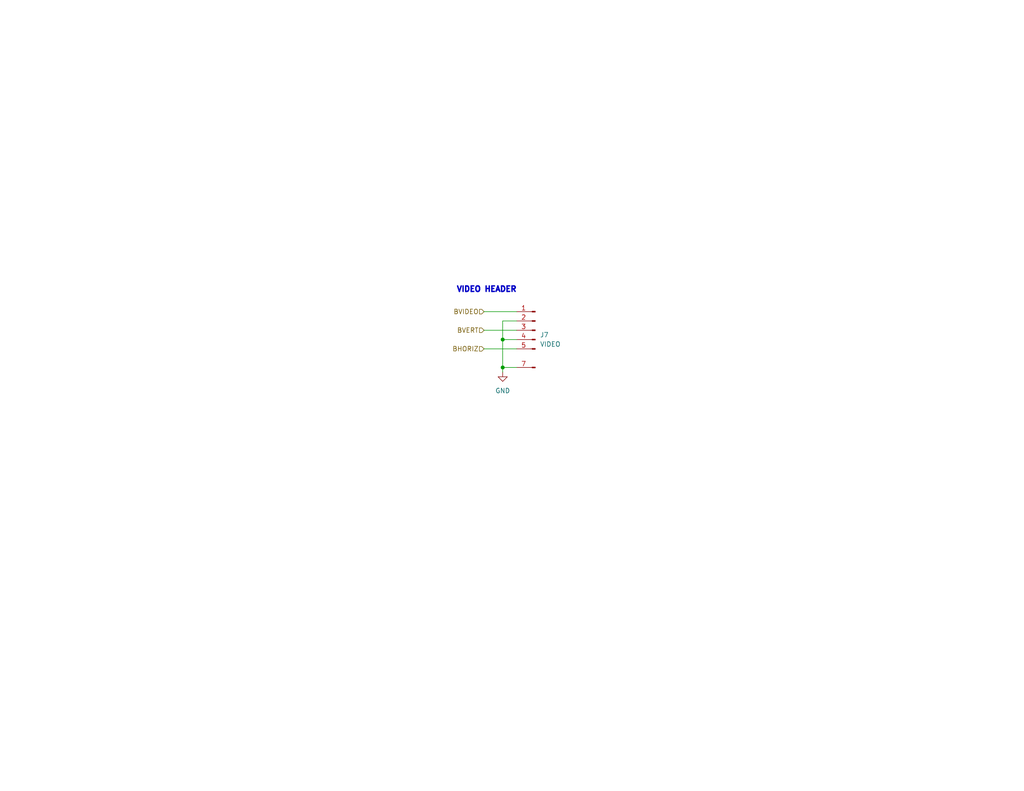
<source format=kicad_sch>
(kicad_sch (version 20231120) (generator "eeschema") (generator_version "8.0")
  (paper "A")
  (title_block (title "EconoPET 40/8096") (date "2023-10-01") (rev "A") (comment 1 "Unspecified resistors are 1% and rated for 62.5mW or higher") (comment 2 "Unspecified capacitors are rated for 25V or higher") (comment 3 "Signals with B-prefix are level-shifted from 3V3 to 5V"))
  (lib_symbols
    (symbol "EconoPET:CBM_PET_VIDEO_Conn_Keyed" (pin_names (offset 1.016) hide)
      (property "Reference" "J" (at -1.27 1.2701 0))
      (property "Value" "VIDEO" (at -1.27 -1.2699 0))
      (symbol "CBM_PET_VIDEO_Conn_Keyed_1_1"
        (polyline (pts (xy 1.27 -7.62) (xy 0.8636 -7.62)) (stroke (width 0.1524)))
        (polyline (pts (xy 1.27 -2.54) (xy 0.8636 -2.54)) (stroke (width 0.1524)))
        (polyline (pts (xy 1.27 0) (xy 0.8636 0)) (stroke (width 0.1524)))
        (polyline (pts (xy 1.27 2.54) (xy 0.8636 2.54)) (stroke (width 0.1524)))
        (polyline (pts (xy 1.27 5.08) (xy 0.8636 5.08)) (stroke (width 0.1524)))
        (polyline (pts (xy 1.27 7.62) (xy 0.8636 7.62)) (stroke (width 0.1524)))
        (rectangle (start 0.8636 -7.493) (end 0 -7.747) (stroke (width 0.1524)) (fill (type outline)))
        (rectangle (start 0.8636 -2.413) (end 0 -2.667) (stroke (width 0.1524)) (fill (type outline)))
        (rectangle (start 0.8636 0.127) (end 0 -0.127) (stroke (width 0.1524)) (fill (type outline)))
        (rectangle (start 0.8636 2.667) (end 0 2.413) (stroke (width 0.1524)) (fill (type outline)))
        (rectangle (start 0.8636 5.207) (end 0 4.953) (stroke (width 0.1524)) (fill (type outline)))
        (rectangle (start 0.8636 7.747) (end 0 7.493) (stroke (width 0.1524)) (fill (type outline)))
        (pin passive line (at 5.08 7.62 180) (length 3.81) (name "GND") (number "1"))
        (pin passive line (at 5.08 5.08 180) (length 3.81) (name "GND") (number "2"))
        (pin passive line (at 5.08 2.54 180) (length 3.81) (name "VERT") (number "3"))
        (pin passive line (at 5.08 0 180) (length 3.81) (name "GND") (number "4"))
        (pin passive line (at 5.08 -2.54 180) (length 3.81) (name "HORIZ") (number "5"))
        (pin passive line (at 5.08 -7.62 180) (length 3.81) (name "VIDEO") (number "7"))
      )
    )
    (symbol "power:GND" (power) (pin_numbers hide) (pin_names (offset 0) hide)
      (property "Value" "GND" (at 0 -3.81 0))
      (symbol "GND_0_1"
        (polyline (pts (xy 0 0) (xy 0 -1.27) (xy 1.27 -1.27) (xy 0 -2.54) (xy -1.27 -1.27) (xy 0 -1.27)))
      )
      (symbol "GND_1_1"
        (pin power_in line (at 0 0 270) (length 0) (name "~") (number "1"))
      )
    )
  )
  (junction (at 137.16 92.71))
  (junction (at 137.16 100.33))
  (wire (pts (xy 137.16 92.71) (xy 137.16 100.33)))
  (wire (pts (xy 137.16 92.71) (xy 140.97 92.71)))
  (wire (pts (xy 137.16 87.63) (xy 137.16 92.71)))
  (wire (pts (xy 137.16 100.33) (xy 140.97 100.33)))
  (wire (pts (xy 132.08 95.25) (xy 140.97 95.25)))
  (wire (pts (xy 132.08 85.09) (xy 140.97 85.09)))
  (wire (pts (xy 140.97 87.63) (xy 137.16 87.63)))
  (wire (pts (xy 132.08 90.17) (xy 140.97 90.17)))
  (wire (pts (xy 137.16 100.33) (xy 137.16 101.6)))
  (text "VIDEO HEADER" (at 124.46 80.01 0) (effects (font (size 1.5 1.5) (thickness 0.8) (bold yes)) (justify left bottom)))
  (hierarchical_label "BHORIZ" (shape input) (at 132.08 95.25 180))
  (hierarchical_label "BVIDEO" (shape input) (at 132.08 85.09 180))
  (hierarchical_label "BVERT" (shape input) (at 132.08 90.17 180))
  (symbol (lib_id "power:GND") (at 137.16 101.6 0) (unit 1)
    (property "Reference" "#PWR0145" (effects (hide yes)))
    (property "Value" "GND" (at 137.16 106.68 0))
    (property "Description" "Power symbol creates a global label with name \"GND\" , ground" (effects (hide yes)))
  )
  (symbol (lib_id "EconoPET:CBM_PET_VIDEO_Conn_Keyed") (at 146.05 92.71 0) (mirror y) (unit 1)
    (property "Reference" "J7" (at 147.32 91.4399 0) (effects (justify right)))
    (property "Value" "VIDEO" (at 147.32 93.9799 0) (effects (justify right)))
    (property "Footprint" "EconoPET:PET_Video" (effects (hide yes)))
    (property "MOUSER" "649-1012937893603BLF" (effects (hide yes)))
  )
)
</source>
